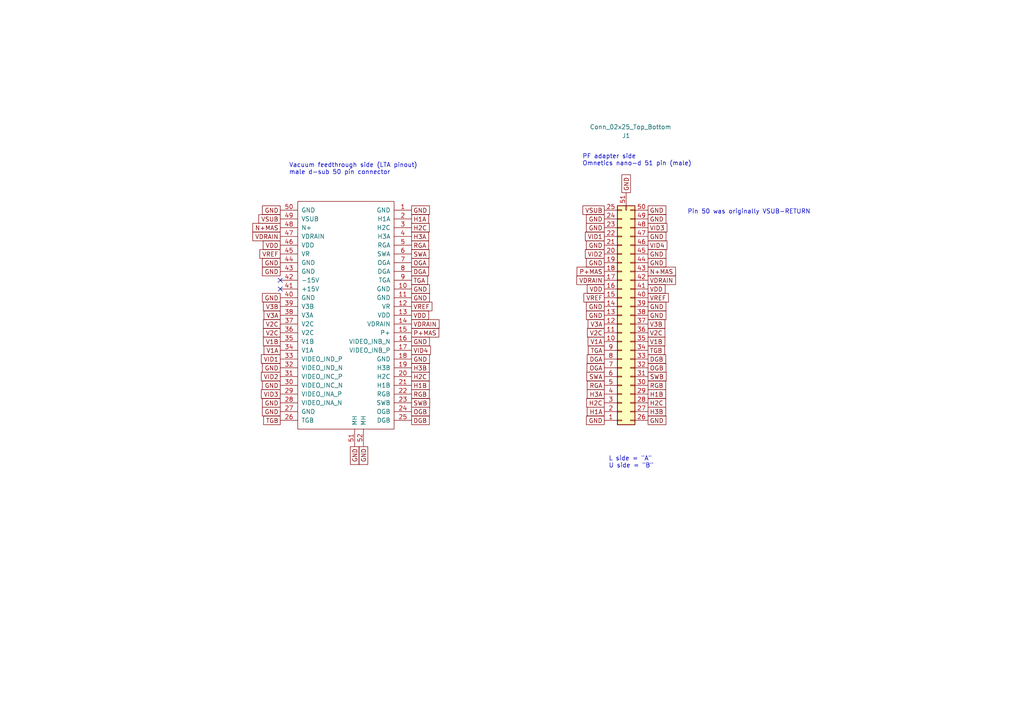
<source format=kicad_sch>
(kicad_sch (version 20230121) (generator eeschema)
  (paper "A4")
  (title_block (title "AstroDewar MAS Flex") (date "2024-02-26") (rev "1") (company "Lawrence Berkeley National Laboratory"))
  (lib_symbols
    (symbol "Connector_Generic:Conn_02x25_Top_Bottom" (pin_names (offset 1.016) hide)
      (property "Reference" "J1" (at 2.54 -43.18 0))
      (property "Value" "Conn_02x25_Top_Bottom" (at 2.54 -45.72 0))
      (symbol "Conn_02x25_Top_Bottom_1_1"
        (rectangle (start -1.27 -30.353) (end 0 -30.607) (stroke (width 0.1524)))
        (rectangle (start -1.27 -27.813) (end 0 -28.067) (stroke (width 0.1524)))
        (rectangle (start -1.27 -25.273) (end 0 -25.527) (stroke (width 0.1524)))
        (rectangle (start -1.27 -22.733) (end 0 -22.987) (stroke (width 0.1524)))
        (rectangle (start -1.27 -20.193) (end 0 -20.447) (stroke (width 0.1524)))
        (rectangle (start -1.27 -17.653) (end 0 -17.907) (stroke (width 0.1524)))
        (rectangle (start -1.27 -15.113) (end 0 -15.367) (stroke (width 0.1524)))
        (rectangle (start -1.27 -12.573) (end 0 -12.827) (stroke (width 0.1524)))
        (rectangle (start -1.27 -10.033) (end 0 -10.287) (stroke (width 0.1524)))
        (rectangle (start -1.27 -7.493) (end 0 -7.747) (stroke (width 0.1524)))
        (rectangle (start -1.27 -4.953) (end 0 -5.207) (stroke (width 0.1524)))
        (rectangle (start -1.27 -2.413) (end 0 -2.667) (stroke (width 0.1524)))
        (rectangle (start -1.27 0.127) (end 0 -0.127) (stroke (width 0.1524)))
        (rectangle (start -1.27 2.667) (end 0 2.413) (stroke (width 0.1524)))
        (rectangle (start -1.27 5.207) (end 0 4.953) (stroke (width 0.1524)))
        (rectangle (start -1.27 7.747) (end 0 7.493) (stroke (width 0.1524)))
        (rectangle (start -1.27 10.287) (end 0 10.033) (stroke (width 0.1524)))
        (rectangle (start -1.27 12.827) (end 0 12.573) (stroke (width 0.1524)))
        (rectangle (start -1.27 15.367) (end 0 15.113) (stroke (width 0.1524)))
        (rectangle (start -1.27 17.907) (end 0 17.653) (stroke (width 0.1524)))
        (rectangle (start -1.27 20.447) (end 0 20.193) (stroke (width 0.1524)))
        (rectangle (start -1.27 22.987) (end 0 22.733) (stroke (width 0.1524)))
        (rectangle (start -1.27 25.527) (end 0 25.273) (stroke (width 0.1524)))
        (rectangle (start -1.27 28.067) (end 0 27.813) (stroke (width 0.1524)))
        (rectangle (start -1.27 30.607) (end 0 30.353) (stroke (width 0.1524)))
        (rectangle (start -1.27 31.75) (end 3.81 -31.75) (stroke (width 0.254)) (fill (type background)))
        (rectangle (start 1.397 -30.48) (end 1.143 -31.75) (stroke (width 0.1524)))
        (rectangle (start 2.54 -30.353) (end 3.81 -30.607) (stroke (width 0.1524)))
        (rectangle (start 3.81 -27.813) (end 2.54 -28.067) (stroke (width 0.1524)))
        (rectangle (start 3.81 -25.273) (end 2.54 -25.527) (stroke (width 0.1524)))
        (rectangle (start 3.81 -22.733) (end 2.54 -22.987) (stroke (width 0.1524)))
        (rectangle (start 3.81 -20.193) (end 2.54 -20.447) (stroke (width 0.1524)))
        (rectangle (start 3.81 -17.653) (end 2.54 -17.907) (stroke (width 0.1524)))
        (rectangle (start 3.81 -15.113) (end 2.54 -15.367) (stroke (width 0.1524)))
        (rectangle (start 3.81 -12.573) (end 2.54 -12.827) (stroke (width 0.1524)))
        (rectangle (start 3.81 -10.033) (end 2.54 -10.287) (stroke (width 0.1524)))
        (rectangle (start 3.81 -7.493) (end 2.54 -7.747) (stroke (width 0.1524)))
        (rectangle (start 3.81 -4.953) (end 2.54 -5.207) (stroke (width 0.1524)))
        (rectangle (start 3.81 -2.413) (end 2.54 -2.667) (stroke (width 0.1524)))
        (rectangle (start 3.81 0.127) (end 2.54 -0.127) (stroke (width 0.1524)))
        (rectangle (start 3.81 2.667) (end 2.54 2.413) (stroke (width 0.1524)))
        (rectangle (start 3.81 5.207) (end 2.54 4.953) (stroke (width 0.1524)))
        (rectangle (start 3.81 7.747) (end 2.54 7.493) (stroke (width 0.1524)))
        (rectangle (start 3.81 10.287) (end 2.54 10.033) (stroke (width 0.1524)))
        (rectangle (start 3.81 12.827) (end 2.54 12.573) (stroke (width 0.1524)))
        (rectangle (start 3.81 15.367) (end 2.54 15.113) (stroke (width 0.1524)))
        (rectangle (start 3.81 17.907) (end 2.54 17.653) (stroke (width 0.1524)))
        (rectangle (start 3.81 20.447) (end 2.54 20.193) (stroke (width 0.1524)))
        (rectangle (start 3.81 22.987) (end 2.54 22.733) (stroke (width 0.1524)))
        (rectangle (start 3.81 25.527) (end 2.54 25.273) (stroke (width 0.1524)))
        (rectangle (start 3.81 28.067) (end 2.54 27.813) (stroke (width 0.1524)))
        (rectangle (start 3.81 30.607) (end 2.54 30.353) (stroke (width 0.1524)))
        (pin passive line (at -5.08 30.48 0) (length 3.81) (name "Pin_1") (number "1"))
        (pin passive line (at -5.08 7.62 0) (length 3.81) (name "Pin_10") (number "10"))
        (pin passive line (at -5.08 5.08 0) (length 3.81) (name "Pin_11") (number "11"))
        (pin passive line (at -5.08 2.54 0) (length 3.81) (name "Pin_12") (number "12"))
        (pin passive line (at -5.08 0 0) (length 3.81) (name "Pin_13") (number "13"))
        (pin passive line (at -5.08 -2.54 0) (length 3.81) (name "Pin_14") (number "14"))
        (pin passive line (at -5.08 -5.08 0) (length 3.81) (name "Pin_15") (number "15"))
        (pin passive line (at -5.08 -7.62 0) (length 3.81) (name "Pin_16") (number "16"))
        (pin passive line (at -5.08 -10.16 0) (length 3.81) (name "Pin_17") (number "17"))
        (pin passive line (at -5.08 -12.7 0) (length 3.81) (name "Pin_18") (number "18"))
        (pin passive line (at -5.08 -15.24 0) (length 3.81) (name "Pin_19") (number "19"))
        (pin passive line (at -5.08 27.94 0) (length 3.81) (name "Pin_2") (number "2"))
        (pin passive line (at -5.08 -17.78 0) (length 3.81) (name "Pin_20") (number "20"))
        (pin passive line (at -5.08 -20.32 0) (length 3.81) (name "Pin_21") (number "21"))
        (pin passive line (at -5.08 -22.86 0) (length 3.81) (name "Pin_22") (number "22"))
        (pin passive line (at -5.08 -25.4 0) (length 3.81) (name "Pin_23") (number "23"))
        (pin passive line (at -5.08 -27.94 0) (length 3.81) (name "Pin_24") (number "24"))
        (pin passive line (at -5.08 -30.48 0) (length 3.81) (name "Pin_25") (number "25"))
        (pin passive line (at 7.62 30.48 180) (length 3.81) (name "Pin_26") (number "26"))
        (pin passive line (at 7.62 27.94 180) (length 3.81) (name "Pin_27") (number "27"))
        (pin passive line (at 7.62 25.4 180) (length 3.81) (name "Pin_28") (number "28"))
        (pin passive line (at 7.62 22.86 180) (length 3.81) (name "Pin_29") (number "29"))
        (pin passive line (at -5.08 25.4 0) (length 3.81) (name "Pin_3") (number "3"))
        (pin passive line (at 7.62 20.32 180) (length 3.81) (name "Pin_30") (number "30"))
        (pin passive line (at 7.62 17.78 180) (length 3.81) (name "Pin_31") (number "31"))
        (pin passive line (at 7.62 15.24 180) (length 3.81) (name "Pin_32") (number "32"))
        (pin passive line (at 7.62 12.7 180) (length 3.81) (name "Pin_33") (number "33"))
        (pin passive line (at 7.62 10.16 180) (length 3.81) (name "Pin_34") (number "34"))
        (pin passive line (at 7.62 7.62 180) (length 3.81) (name "Pin_35") (number "35"))
        (pin passive line (at 7.62 5.08 180) (length 3.81) (name "Pin_36") (number "36"))
        (pin passive line (at 7.62 2.54 180) (length 3.81) (name "Pin_37") (number "37"))
        (pin passive line (at 7.62 0 180) (length 3.81) (name "Pin_38") (number "38"))
        (pin passive line (at 7.62 -2.54 180) (length 3.81) (name "Pin_39") (number "39"))
        (pin passive line (at -5.08 22.86 0) (length 3.81) (name "Pin_4") (number "4"))
        (pin passive line (at 7.62 -5.08 180) (length 3.81) (name "Pin_40") (number "40"))
        (pin passive line (at 7.62 -7.62 180) (length 3.81) (name "Pin_41") (number "41"))
        (pin passive line (at 7.62 -10.16 180) (length 3.81) (name "Pin_42") (number "42"))
        (pin passive line (at 7.62 -12.7 180) (length 3.81) (name "Pin_43") (number "43"))
        (pin passive line (at 7.62 -15.24 180) (length 3.81) (name "Pin_44") (number "44"))
        (pin passive line (at 7.62 -17.78 180) (length 3.81) (name "Pin_45") (number "45"))
        (pin passive line (at 7.62 -20.32 180) (length 3.81) (name "Pin_46") (number "46"))
        (pin passive line (at 7.62 -22.86 180) (length 3.81) (name "Pin_47") (number "47"))
        (pin passive line (at 7.62 -25.4 180) (length 3.81) (name "Pin_48") (number "48"))
        (pin passive line (at 7.62 -27.94 180) (length 3.81) (name "Pin_49") (number "49"))
        (pin passive line (at -5.08 20.32 0) (length 3.81) (name "Pin_5") (number "5"))
        (pin passive line (at 7.62 -30.48 180) (length 3.81) (name "Pin_50") (number "50"))
        (pin passive line (at 1.27 -35.56 90) (length 3.81) (name "Pin_50") (number "51"))
        (pin passive line (at -5.08 17.78 0) (length 3.81) (name "Pin_6") (number "6"))
        (pin passive line (at -5.08 15.24 0) (length 3.81) (name "Pin_7") (number "7"))
        (pin passive line (at -5.08 12.7 0) (length 3.81) (name "Pin_8") (number "8"))
        (pin passive line (at -5.08 10.16 0) (length 3.81) (name "Pin_9") (number "9"))
      )
    )
    (symbol "projectSchLibrary:DB-50-LTA-V2" (pin_names (offset 1.016))
      (property "Reference" "U" (at 11.43 31.75 0))
      (property "Value" "DB-50-LTA-V2" (at -5.08 31.75 0))
      (symbol "DB-50-LTA-V2_0_1"
        (rectangle (start -13.97 30.48) (end 13.97 -35.56))
      )
      (symbol "DB-50-LTA-V2_1_1"
        (pin bidirectional line (at 19.05 27.94 180) (length 5.08) (name "GND") (number "1"))
        (pin bidirectional line (at 19.05 5.08 180) (length 5.08) (name "GND") (number "10"))
        (pin bidirectional line (at 19.05 2.54 180) (length 5.08) (name "GND") (number "11"))
        (pin bidirectional line (at 19.05 0 180) (length 5.08) (name "VR") (number "12"))
        (pin bidirectional line (at 19.05 -2.54 180) (length 5.08) (name "VDD") (number "13"))
        (pin bidirectional line (at 19.05 -5.08 180) (length 5.08) (name "VDRAIN") (number "14"))
        (pin bidirectional line (at 19.05 -7.62 180) (length 5.08) (name "P+") (number "15"))
        (pin bidirectional line (at 19.05 -10.16 180) (length 5.08) (name "VIDEO_INB_N") (number "16"))
        (pin bidirectional line (at 19.05 -12.7 180) (length 5.08) (name "VIDEO_INB_P") (number "17"))
        (pin bidirectional line (at 19.05 -15.24 180) (length 5.08) (name "GND") (number "18"))
        (pin bidirectional line (at 19.05 -17.78 180) (length 5.08) (name "H3B") (number "19"))
        (pin bidirectional line (at 19.05 25.4 180) (length 5.08) (name "H1A") (number "2"))
        (pin bidirectional line (at 19.05 -20.32 180) (length 5.08) (name "H2C") (number "20"))
        (pin bidirectional line (at 19.05 -22.86 180) (length 5.08) (name "H1B") (number "21"))
        (pin bidirectional line (at 19.05 -25.4 180) (length 5.08) (name "RGB") (number "22"))
        (pin bidirectional line (at 19.05 -27.94 180) (length 5.08) (name "SWB") (number "23"))
        (pin bidirectional line (at 19.05 -30.48 180) (length 5.08) (name "OGB") (number "24"))
        (pin bidirectional line (at 19.05 -33.02 180) (length 5.08) (name "DGB") (number "25"))
        (pin bidirectional line (at -19.05 -33.02 0) (length 5.08) (name "TGB") (number "26"))
        (pin bidirectional line (at -19.05 -30.48 0) (length 5.08) (name "GND") (number "27"))
        (pin bidirectional line (at -19.05 -27.94 0) (length 5.08) (name "VIDEO_INA_N") (number "28"))
        (pin bidirectional line (at -19.05 -25.4 0) (length 5.08) (name "VIDEO_INA_P") (number "29"))
        (pin input line (at 19.05 22.86 180) (length 5.08) (name "H2C") (number "3"))
        (pin bidirectional line (at -19.05 -22.86 0) (length 5.08) (name "VIDEO_INC_N") (number "30"))
        (pin bidirectional line (at -19.05 -20.32 0) (length 5.08) (name "VIDEO_INC_P") (number "31"))
        (pin bidirectional line (at -19.05 -17.78 0) (length 5.08) (name "VIDEO_IND_N") (number "32"))
        (pin bidirectional line (at -19.05 -15.24 0) (length 5.08) (name "VIDEO_IND_P") (number "33"))
        (pin bidirectional line (at -19.05 -12.7 0) (length 5.08) (name "V1A") (number "34"))
        (pin bidirectional line (at -19.05 -10.16 0) (length 5.08) (name "V1B") (number "35"))
        (pin bidirectional line (at -19.05 -7.62 0) (length 5.08) (name "V2C") (number "36"))
        (pin bidirectional line (at -19.05 -5.08 0) (length 5.08) (name "V2C") (number "37"))
        (pin bidirectional line (at -19.05 -2.54 0) (length 5.08) (name "V3A") (number "38"))
        (pin bidirectional line (at -19.05 0 0) (length 5.08) (name "V3B") (number "39"))
        (pin bidirectional line (at 19.05 20.32 180) (length 5.08) (name "H3A") (number "4"))
        (pin bidirectional line (at -19.05 2.54 0) (length 5.08) (name "GND") (number "40"))
        (pin bidirectional line (at -19.05 5.08 0) (length 5.08) (name "+15V") (number "41"))
        (pin bidirectional line (at -19.05 7.62 0) (length 5.08) (name "-15V") (number "42"))
        (pin bidirectional line (at -19.05 10.16 0) (length 5.08) (name "GND") (number "43"))
        (pin bidirectional line (at -19.05 12.7 0) (length 5.08) (name "GND") (number "44"))
        (pin bidirectional line (at -19.05 15.24 0) (length 5.08) (name "VR") (number "45"))
        (pin bidirectional line (at -19.05 17.78 0) (length 5.08) (name "VDD") (number "46"))
        (pin bidirectional line (at -19.05 20.32 0) (length 5.08) (name "VDRAIN") (number "47"))
        (pin bidirectional line (at -19.05 22.86 0) (length 5.08) (name "N+") (number "48"))
        (pin bidirectional line (at -19.05 25.4 0) (length 5.08) (name "VSUB") (number "49"))
        (pin bidirectional line (at 19.05 17.78 180) (length 5.08) (name "RGA") (number "5"))
        (pin bidirectional line (at -19.05 27.94 0) (length 5.08) (name "GND") (number "50"))
        (pin bidirectional line (at 2.54 -40.64 90) (length 5.08) (name "MH") (number "51"))
        (pin bidirectional line (at 5.08 -40.64 90) (length 5.08) (name "MH") (number "52"))
        (pin bidirectional line (at 19.05 15.24 180) (length 5.08) (name "SWA") (number "6"))
        (pin bidirectional line (at 19.05 12.7 180) (length 5.08) (name "OGA") (number "7"))
        (pin bidirectional line (at 19.05 10.16 180) (length 5.08) (name "DGA") (number "8"))
        (pin bidirectional line (at 19.05 7.62 180) (length 5.08) (name "TGA") (number "9"))
      )
    )
  )
  (no_connect (at 81.28 81.28))
  (no_connect (at 81.28 83.82))
  (text "L side = \"A\"\nU side = \"B\"" (at 176.53 135.89 0) (effects (font (size 1.27 1.27)) (justify left bottom)))
  (text "PF adapter side\nOmnetics nano-d 51 pin (male)" (at 168.91 48.26 0) (effects (font (size 1.27 1.27)) (justify left bottom)))
  (text "Vacuum feedthrough side (LTA pinout)\nmale d-sub 50 pin connector" (at 83.82 50.8 0) (effects (font (size 1.27 1.27)) (justify left bottom)))
  (text "Pin 50 was originally VSUB-RETURN" (at 199.39 62.23 0) (effects (font (size 1.27 1.27)) (justify left bottom)))
  (global_label "VDRAIN" (shape passive) (at 81.28 68.58 180) (property "Intersheetrefs" "${INTERSHEET_REFS}" (effects hide)))
  (global_label "GND" (shape passive) (at 181.61 55.88 90) (property "Intersheetrefs" "${INTERSHEET_REFS}" (effects hide)))
  (global_label "VID3" (shape passive) (at 81.28 114.3 180) (property "Intersheetrefs" "${INTERSHEET_REFS}" (effects hide)))
  (global_label "H3B" (shape passive) (at 119.38 106.68 0) (property "Intersheetrefs" "${INTERSHEET_REFS}" (effects hide)))
  (global_label "GND" (shape passive) (at 81.28 78.74 180) (property "Intersheetrefs" "${INTERSHEET_REFS}" (effects hide)))
  (global_label "VDD" (shape passive) (at 81.28 71.12 180) (property "Intersheetrefs" "${INTERSHEET_REFS}" (effects hide)))
  (global_label "GND" (shape passive) (at 187.96 76.2 0) (property "Intersheetrefs" "${INTERSHEET_REFS}" (effects hide)))
  (global_label "H2C" (shape passive) (at 119.38 109.22 0) (property "Intersheetrefs" "${INTERSHEET_REFS}" (effects hide)))
  (global_label "VREF" (shape passive) (at 119.38 88.9 0) (property "Intersheetrefs" "${INTERSHEET_REFS}" (effects hide)))
  (global_label "V3B" (shape passive) (at 81.28 88.9 180) (property "Intersheetrefs" "${INTERSHEET_REFS}" (effects hide)))
  (global_label "GND" (shape passive) (at 119.38 60.96 0) (property "Intersheetrefs" "${INTERSHEET_REFS}" (effects hide)))
  (global_label "VREF" (shape passive) (at 187.96 86.36 0) (property "Intersheetrefs" "${INTERSHEET_REFS}" (effects hide)))
  (global_label "VID1" (shape passive) (at 81.28 104.14 180) (property "Intersheetrefs" "${INTERSHEET_REFS}" (effects hide)))
  (global_label "GND" (shape passive) (at 175.26 91.44 180) (property "Intersheetrefs" "${INTERSHEET_REFS}" (effects hide)))
  (global_label "V1B" (shape passive) (at 81.28 99.06 180) (property "Intersheetrefs" "${INTERSHEET_REFS}" (effects hide)))
  (global_label "TGB" (shape passive) (at 187.96 101.6 0) (property "Intersheetrefs" "${INTERSHEET_REFS}" (effects hide)))
  (global_label "OGB" (shape passive) (at 119.38 119.38 0) (property "Intersheetrefs" "${INTERSHEET_REFS}" (effects hide)))
  (global_label "H1A" (shape passive) (at 175.26 119.38 180) (property "Intersheetrefs" "${INTERSHEET_REFS}" (effects hide)))
  (global_label "GND" (shape passive) (at 81.28 86.36 180) (property "Intersheetrefs" "${INTERSHEET_REFS}" (effects hide)))
  (global_label "GND" (shape passive) (at 105.41 129.54 270) (property "Intersheetrefs" "${INTERSHEET_REFS}" (effects hide)))
  (global_label "V3A" (shape passive) (at 81.28 91.44 180) (property "Intersheetrefs" "${INTERSHEET_REFS}" (effects hide)))
  (global_label "VID4" (shape passive) (at 119.38 101.6 0) (property "Intersheetrefs" "${INTERSHEET_REFS}" (effects hide)))
  (global_label "GND" (shape passive) (at 187.96 121.92 0) (property "Intersheetrefs" "${INTERSHEET_REFS}" (effects hide)))
  (global_label "GND" (shape passive) (at 175.26 71.12 180) (property "Intersheetrefs" "${INTERSHEET_REFS}" (effects hide)))
  (global_label "VID2" (shape passive) (at 175.26 73.66 180) (property "Intersheetrefs" "${INTERSHEET_REFS}" (effects hide)))
  (global_label "GND" (shape passive) (at 81.28 106.68 180) (property "Intersheetrefs" "${INTERSHEET_REFS}" (effects hide)))
  (global_label "OGB" (shape passive) (at 187.96 106.68 0) (property "Intersheetrefs" "${INTERSHEET_REFS}" (effects hide)))
  (global_label "VDD" (shape passive) (at 187.96 83.82 0) (property "Intersheetrefs" "${INTERSHEET_REFS}" (effects hide)))
  (global_label "H3A" (shape passive) (at 119.38 68.58 0) (property "Intersheetrefs" "${INTERSHEET_REFS}" (effects hide)))
  (global_label "TGA" (shape passive) (at 119.38 81.28 0) (property "Intersheetrefs" "${INTERSHEET_REFS}" (effects hide)))
  (global_label "DGB" (shape passive) (at 119.38 121.92 0) (property "Intersheetrefs" "${INTERSHEET_REFS}" (effects hide)))
  (global_label "H2C" (shape passive) (at 175.26 116.84 180) (property "Intersheetrefs" "${INTERSHEET_REFS}" (effects hide)))
  (global_label "TGA" (shape passive) (at 175.26 101.6 180) (property "Intersheetrefs" "${INTERSHEET_REFS}" (effects hide)))
  (global_label "V2C" (shape passive) (at 187.96 96.52 0) (property "Intersheetrefs" "${INTERSHEET_REFS}" (effects hide)))
  (global_label "DGA" (shape passive) (at 119.38 78.74 0) (property "Intersheetrefs" "${INTERSHEET_REFS}" (effects hide)))
  (global_label "GND" (shape passive) (at 187.96 68.58 0) (property "Intersheetrefs" "${INTERSHEET_REFS}" (effects hide)))
  (global_label "H3A" (shape passive) (at 175.26 114.3 180) (property "Intersheetrefs" "${INTERSHEET_REFS}" (effects hide)))
  (global_label "SWA" (shape passive) (at 175.26 109.22 180) (property "Intersheetrefs" "${INTERSHEET_REFS}" (effects hide)))
  (global_label "GND" (shape passive) (at 175.26 76.2 180) (property "Intersheetrefs" "${INTERSHEET_REFS}" (effects hide)))
  (global_label "GND" (shape passive) (at 102.87 129.54 270) (property "Intersheetrefs" "${INTERSHEET_REFS}" (effects hide)))
  (global_label "VDRAIN" (shape passive) (at 119.38 93.98 0) (property "Intersheetrefs" "${INTERSHEET_REFS}" (effects hide)))
  (global_label "GND" (shape passive) (at 187.96 91.44 0) (property "Intersheetrefs" "${INTERSHEET_REFS}" (effects hide)))
  (global_label "VDD" (shape passive) (at 119.38 91.44 0) (property "Intersheetrefs" "${INTERSHEET_REFS}" (effects hide)))
  (global_label "VSUB" (shape passive) (at 175.26 60.96 180) (property "Intersheetrefs" "${INTERSHEET_REFS}" (effects hide)))
  (global_label "GND" (shape passive) (at 175.26 121.92 180) (property "Intersheetrefs" "${INTERSHEET_REFS}" (effects hide)))
  (global_label "OGA" (shape passive) (at 119.38 76.2 0) (property "Intersheetrefs" "${INTERSHEET_REFS}" (effects hide)))
  (global_label "SWB" (shape passive) (at 187.96 109.22 0) (property "Intersheetrefs" "${INTERSHEET_REFS}" (effects hide)))
  (global_label "GND" (shape passive) (at 119.38 99.06 0) (property "Intersheetrefs" "${INTERSHEET_REFS}" (effects hide)))
  (global_label "GND" (shape passive) (at 81.28 119.38 180) (property "Intersheetrefs" "${INTERSHEET_REFS}" (effects hide)))
  (global_label "V3B" (shape passive) (at 187.96 93.98 0) (property "Intersheetrefs" "${INTERSHEET_REFS}" (effects hide)))
  (global_label "VID2" (shape passive) (at 81.28 109.22 180) (property "Intersheetrefs" "${INTERSHEET_REFS}" (effects hide)))
  (global_label "VID1" (shape passive) (at 175.26 68.58 180) (property "Intersheetrefs" "${INTERSHEET_REFS}" (effects hide)))
  (global_label "GND" (shape passive) (at 119.38 86.36 0) (property "Intersheetrefs" "${INTERSHEET_REFS}" (effects hide)))
  (global_label "RGB" (shape passive) (at 119.38 114.3 0) (property "Intersheetrefs" "${INTERSHEET_REFS}" (effects hide)))
  (global_label "GND" (shape passive) (at 81.28 111.76 180) (property "Intersheetrefs" "${INTERSHEET_REFS}" (effects hide)))
  (global_label "VDD" (shape passive) (at 175.26 83.82 180) (property "Intersheetrefs" "${INTERSHEET_REFS}" (effects hide)))
  (global_label "N+MAS" (shape passive) (at 81.28 66.04 180) (property "Intersheetrefs" "${INTERSHEET_REFS}" (effects hide)))
  (global_label "V2C" (shape passive) (at 81.28 96.52 180) (property "Intersheetrefs" "${INTERSHEET_REFS}" (effects hide)))
  (global_label "GND" (shape passive) (at 187.96 63.5 0) (property "Intersheetrefs" "${INTERSHEET_REFS}" (effects hide)))
  (global_label "H3B" (shape passive) (at 187.96 119.38 0) (property "Intersheetrefs" "${INTERSHEET_REFS}" (effects hide)))
  (global_label "VDRAIN" (shape passive) (at 187.96 81.28 0) (property "Intersheetrefs" "${INTERSHEET_REFS}" (effects hide)))
  (global_label "GND" (shape passive) (at 175.26 66.04 180) (property "Intersheetrefs" "${INTERSHEET_REFS}" (effects hide)))
  (global_label "GND" (shape passive) (at 175.26 88.9 180) (property "Intersheetrefs" "${INTERSHEET_REFS}" (effects hide)))
  (global_label "DGB" (shape passive) (at 187.96 104.14 0) (property "Intersheetrefs" "${INTERSHEET_REFS}" (effects hide)))
  (global_label "H1B" (shape passive) (at 187.96 114.3 0) (property "Intersheetrefs" "${INTERSHEET_REFS}" (effects hide)))
  (global_label "H1A" (shape passive) (at 119.38 63.5 0) (property "Intersheetrefs" "${INTERSHEET_REFS}" (effects hide)))
  (global_label "H2C" (shape passive) (at 187.96 116.84 0) (property "Intersheetrefs" "${INTERSHEET_REFS}" (effects hide)))
  (global_label "GND" (shape passive) (at 81.28 76.2 180) (property "Intersheetrefs" "${INTERSHEET_REFS}" (effects hide)))
  (global_label "GND" (shape passive) (at 187.96 73.66 0) (property "Intersheetrefs" "${INTERSHEET_REFS}" (effects hide)))
  (global_label "GND" (shape passive) (at 119.38 104.14 0) (property "Intersheetrefs" "${INTERSHEET_REFS}" (effects hide)))
  (global_label "P+MAS" (shape passive) (at 175.26 78.74 180) (property "Intersheetrefs" "${INTERSHEET_REFS}" (effects hide)))
  (global_label "V1B" (shape passive) (at 187.96 99.06 0) (property "Intersheetrefs" "${INTERSHEET_REFS}" (effects hide)))
  (global_label "N+MAS" (shape passive) (at 187.96 78.74 0) (property "Intersheetrefs" "${INTERSHEET_REFS}" (effects hide)))
  (global_label "GND" (shape passive) (at 175.26 63.5 180) (property "Intersheetrefs" "${INTERSHEET_REFS}" (effects hide)))
  (global_label "V2C" (shape passive) (at 175.26 96.52 180) (property "Intersheetrefs" "${INTERSHEET_REFS}" (effects hide)))
  (global_label "GND" (shape passive) (at 187.96 60.96 0) (property "Intersheetrefs" "${INTERSHEET_REFS}" (effects hide)))
  (global_label "VDRAIN" (shape passive) (at 175.26 81.28 180) (property "Intersheetrefs" "${INTERSHEET_REFS}" (effects hide)))
  (global_label "SWB" (shape passive) (at 119.38 116.84 0) (property "Intersheetrefs" "${INTERSHEET_REFS}" (effects hide)))
  (global_label "VID3" (shape passive) (at 187.96 66.04 0) (property "Intersheetrefs" "${INTERSHEET_REFS}" (effects hide)))
  (global_label "RGA" (shape passive) (at 175.26 111.76 180) (property "Intersheetrefs" "${INTERSHEET_REFS}" (effects hide)))
  (global_label "H2C" (shape passive) (at 119.38 66.04 0) (property "Intersheetrefs" "${INTERSHEET_REFS}" (effects hide)))
  (global_label "VREF" (shape passive) (at 175.26 86.36 180) (property "Intersheetrefs" "${INTERSHEET_REFS}" (effects hide)))
  (global_label "VSUB" (shape passive) (at 81.28 63.5 180) (property "Intersheetrefs" "${INTERSHEET_REFS}" (effects hide)))
  (global_label "VREF" (shape passive) (at 81.28 73.66 180) (property "Intersheetrefs" "${INTERSHEET_REFS}" (effects hide)))
  (global_label "SWA" (shape passive) (at 119.38 73.66 0) (property "Intersheetrefs" "${INTERSHEET_REFS}" (effects hide)))
  (global_label "V1A" (shape passive) (at 81.28 101.6 180) (property "Intersheetrefs" "${INTERSHEET_REFS}" (effects hide)))
  (global_label "RGB" (shape passive) (at 187.96 111.76 0) (property "Intersheetrefs" "${INTERSHEET_REFS}" (effects hide)))
  (global_label "H1B" (shape passive) (at 119.38 111.76 0) (property "Intersheetrefs" "${INTERSHEET_REFS}" (effects hide)))
  (global_label "GND" (shape passive) (at 81.28 60.96 180) (property "Intersheetrefs" "${INTERSHEET_REFS}" (effects hide)))
  (global_label "DGA" (shape passive) (at 175.26 104.14 180) (property "Intersheetrefs" "${INTERSHEET_REFS}" (effects hide)))
  (global_label "OGA" (shape passive) (at 175.26 106.68 180) (property "Intersheetrefs" "${INTERSHEET_REFS}" (effects hide)))
  (global_label "GND" (shape passive) (at 187.96 88.9 0) (property "Intersheetrefs" "${INTERSHEET_REFS}" (effects hide)))
  (global_label "TGB" (shape passive) (at 81.28 121.92 180) (property "Intersheetrefs" "${INTERSHEET_REFS}" (effects hide)))
  (global_label "V2C" (shape passive) (at 81.28 93.98 180) (property "Intersheetrefs" "${INTERSHEET_REFS}" (effects hide)))
  (global_label "VID4" (shape passive) (at 187.96 71.12 0) (property "Intersheetrefs" "${INTERSHEET_REFS}" (effects hide)))
  (global_label "V3A" (shape passive) (at 175.26 93.98 180) (property "Intersheetrefs" "${INTERSHEET_REFS}" (effects hide)))
  (global_label "GND" (shape passive) (at 81.28 116.84 180) (property "Intersheetrefs" "${INTERSHEET_REFS}" (effects hide)))
  (global_label "RGA" (shape passive) (at 119.38 71.12 0) (property "Intersheetrefs" "${INTERSHEET_REFS}" (effects hide)))
  (global_label "GND" (shape passive) (at 119.38 83.82 0) (property "Intersheetrefs" "${INTERSHEET_REFS}" (effects hide)))
  (global_label "P+MAS" (shape passive) (at 119.38 96.52 0) (property "Intersheetrefs" "${INTERSHEET_REFS}" (effects hide)))
  (global_label "V1A" (shape passive) (at 175.26 99.06 180) (property "Intersheetrefs" "${INTERSHEET_REFS}" (effects hide)))
  (symbol (lib_id "Connector_Generic:Conn_02x25_Top_Bottom") (at 180.34 91.44 0) (mirror x) (unit 1)
    (property "Reference" "J1" (at 181.61 39.37 0))
    (property "Value" "Conn_02x25_Top_Bottom" (at 182.88 36.83 0))
    (property "Footprint" "projectFootprints:Omnetics_A28500-051_vertmount" (effects hide))
  )
  (symbol (lib_id "projectSchLibrary:DB-50-LTA-V2") (at 100.33 88.9 0) (unit 1)
    (property "Reference" "U1" (effects hide))
    (property "Value" "DB-50-LTA-V2" (effects hide))
    (property "Footprint" "projectFootprints:DB50-Female-RightAngle-1195-5050-ND" (effects hide))
  )
)
</source>
